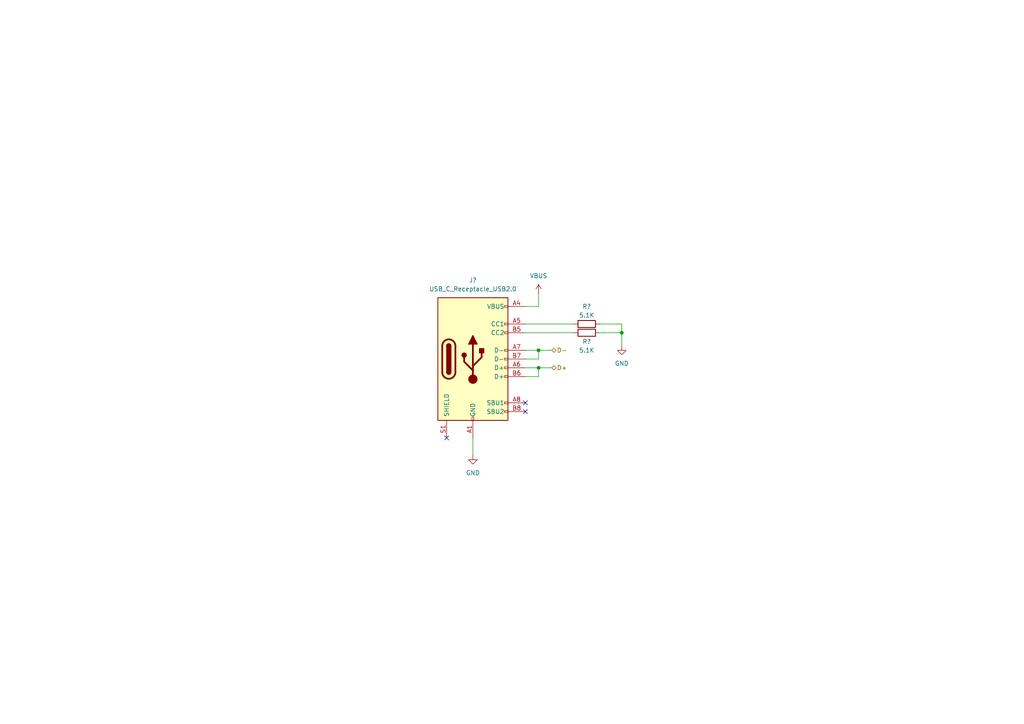
<source format=kicad_sch>
(kicad_sch (version 20211123) (generator eeschema)
  (paper "A4")
  (lib_symbols
    (symbol "Connector:USB_C_Receptacle_USB2.0" (pin_names (offset 1.016))
      (property "Reference" "J" (at -10.16 19.05 0))
      (property "Value" "USB_C_Receptacle_USB2.0" (at 19.05 19.05 0))
      (symbol "USB_C_Receptacle_USB2.0_0_0"
        (rectangle (start -0.254 -17.78) (end 0.254 -16.764))
        (rectangle (start 10.16 -14.986) (end 9.144 -15.494))
        (rectangle (start 10.16 -12.446) (end 9.144 -12.954))
        (rectangle (start 10.16 -4.826) (end 9.144 -5.334))
        (rectangle (start 10.16 -2.286) (end 9.144 -2.794))
        (rectangle (start 10.16 0.254) (end 9.144 -0.254))
        (rectangle (start 10.16 2.794) (end 9.144 2.286))
        (rectangle (start 10.16 7.874) (end 9.144 7.366))
        (rectangle (start 10.16 10.414) (end 9.144 9.906))
        (rectangle (start 10.16 15.494) (end 9.144 14.986))
      )
      (symbol "USB_C_Receptacle_USB2.0_0_1"
        (rectangle (start -10.16 17.78) (end 10.16 -17.78) (stroke (width 0.254)) (fill (type background)))
        (arc (start -8.89 -3.81) (mid -6.985 -5.715) (end -5.08 -3.81) (stroke (width 0.508)))
        (arc (start -7.62 -3.81) (mid -6.985 -4.445) (end -6.35 -3.81) (stroke (width 0.254)))
        (arc (start -7.62 -3.81) (mid -6.985 -4.445) (end -6.35 -3.81) (stroke (width 0.254)) (fill (type outline)))
        (rectangle (start -7.62 -3.81) (end -6.35 3.81) (stroke (width 0.254)) (fill (type outline)))
        (arc (start -6.35 3.81) (mid -6.985 4.445) (end -7.62 3.81) (stroke (width 0.254)))
        (arc (start -6.35 3.81) (mid -6.985 4.445) (end -7.62 3.81) (stroke (width 0.254)) (fill (type outline)))
        (arc (start -5.08 3.81) (mid -6.985 5.715) (end -8.89 3.81) (stroke (width 0.508)))
        (circle (center -2.54 1.143) (radius 0.635) (stroke (width 0.254)) (fill (type outline)))
        (circle (center 0 -5.842) (radius 1.27) (fill (type outline)))
        (polyline (pts (xy -8.89 -3.81) (xy -8.89 3.81)) (stroke (width 0.508)))
        (polyline (pts (xy -5.08 3.81) (xy -5.08 -3.81)) (stroke (width 0.508)))
        (polyline (pts (xy 0 -5.842) (xy 0 4.318)) (stroke (width 0.508)))
        (polyline (pts (xy 0 -3.302) (xy -2.54 -0.762) (xy -2.54 0.508)) (stroke (width 0.508)))
        (polyline (pts (xy 0 -2.032) (xy 2.54 0.508) (xy 2.54 1.778)) (stroke (width 0.508)))
        (polyline (pts (xy -1.27 4.318) (xy 0 6.858) (xy 1.27 4.318) (xy -1.27 4.318)) (stroke (width 0.254)) (fill (type outline)))
        (rectangle (start 1.905 1.778) (end 3.175 3.048) (stroke (width 0.254)) (fill (type outline)))
      )
      (symbol "USB_C_Receptacle_USB2.0_1_1"
        (pin passive line (at 0 -22.86 90) (length 5.08) (name "GND") (number "A1"))
        (pin passive line (at 0 -22.86 90) (length 5.08) hide (name "GND") (number "A12"))
        (pin passive line (at 15.24 15.24 180) (length 5.08) (name "VBUS") (number "A4"))
        (pin bidirectional line (at 15.24 10.16 180) (length 5.08) (name "CC1") (number "A5"))
        (pin bidirectional line (at 15.24 -2.54 180) (length 5.08) (name "D+") (number "A6"))
        (pin bidirectional line (at 15.24 2.54 180) (length 5.08) (name "D-") (number "A7"))
        (pin bidirectional line (at 15.24 -12.7 180) (length 5.08) (name "SBU1") (number "A8"))
        (pin passive line (at 15.24 15.24 180) (length 5.08) hide (name "VBUS") (number "A9"))
        (pin passive line (at 0 -22.86 90) (length 5.08) hide (name "GND") (number "B1"))
        (pin passive line (at 0 -22.86 90) (length 5.08) hide (name "GND") (number "B12"))
        (pin passive line (at 15.24 15.24 180) (length 5.08) hide (name "VBUS") (number "B4"))
        (pin bidirectional line (at 15.24 7.62 180) (length 5.08) (name "CC2") (number "B5"))
        (pin bidirectional line (at 15.24 -5.08 180) (length 5.08) (name "D+") (number "B6"))
        (pin bidirectional line (at 15.24 0 180) (length 5.08) (name "D-") (number "B7"))
        (pin bidirectional line (at 15.24 -15.24 180) (length 5.08) (name "SBU2") (number "B8"))
        (pin passive line (at 15.24 15.24 180) (length 5.08) hide (name "VBUS") (number "B9"))
        (pin passive line (at -7.62 -22.86 90) (length 5.08) (name "SHIELD") (number "S1"))
      )
    )
    (symbol "Device:R" (pin_numbers hide) (pin_names (offset 0))
      (property "Reference" "R" (at 2.032 0 90))
      (property "Value" "R" (at 0 0 90))
      (symbol "R_0_1"
        (rectangle (start -1.016 -2.54) (end 1.016 2.54) (stroke (width 0.254)))
      )
      (symbol "R_1_1"
        (pin passive line (at 0 3.81 270) (length 1.27) (name "~") (number "1"))
        (pin passive line (at 0 -3.81 90) (length 1.27) (name "~") (number "2"))
      )
    )
    (symbol "power:GND" (power) (pin_names (offset 0))
      (property "Value" "GND" (at 0 -3.81 0))
      (symbol "GND_0_1"
        (polyline (pts (xy 0 0) (xy 0 -1.27) (xy 1.27 -1.27) (xy 0 -2.54) (xy -1.27 -1.27) (xy 0 -1.27)))
      )
      (symbol "GND_1_1"
        (pin power_in line (at 0 0 270) (length 0) hide (name "GND") (number "1"))
      )
    )
    (symbol "power:VBUS" (power) (pin_names (offset 0))
      (property "Value" "VBUS" (at 0 3.81 0))
      (symbol "VBUS_0_1"
        (polyline (pts (xy -0.762 1.27) (xy 0 2.54)))
        (polyline (pts (xy 0 0) (xy 0 2.54)))
        (polyline (pts (xy 0 2.54) (xy 0.762 1.27)))
      )
      (symbol "VBUS_1_1"
        (pin power_in line (at 0 0 90) (length 0) hide (name "VBUS") (number "1"))
      )
    )
  )
  (junction (at 156.21 106.68))
  (junction (at 180.34 96.52))
  (junction (at 156.21 101.6))
  (no_connect (at 152.4 116.84))
  (no_connect (at 129.54 127))
  (no_connect (at 152.4 119.38))
  (wire (pts (xy 156.21 106.68) (xy 160.02 106.68)))
  (wire (pts (xy 173.99 96.52) (xy 180.34 96.52)))
  (wire (pts (xy 156.21 109.22) (xy 156.21 106.68)))
  (wire (pts (xy 156.21 88.9) (xy 152.4 88.9)))
  (wire (pts (xy 152.4 104.14) (xy 156.21 104.14)))
  (wire (pts (xy 180.34 96.52) (xy 180.34 93.98)))
  (wire (pts (xy 156.21 101.6) (xy 160.02 101.6)))
  (wire (pts (xy 152.4 109.22) (xy 156.21 109.22)))
  (wire (pts (xy 156.21 85.09) (xy 156.21 88.9)))
  (wire (pts (xy 152.4 101.6) (xy 156.21 101.6)))
  (wire (pts (xy 152.4 106.68) (xy 156.21 106.68)))
  (wire (pts (xy 152.4 96.52) (xy 166.37 96.52)))
  (wire (pts (xy 152.4 93.98) (xy 166.37 93.98)))
  (wire (pts (xy 180.34 96.52) (xy 180.34 100.33)))
  (wire (pts (xy 180.34 93.98) (xy 173.99 93.98)))
  (wire (pts (xy 156.21 104.14) (xy 156.21 101.6)))
  (wire (pts (xy 137.16 127) (xy 137.16 132.08)))
  (hierarchical_label "D+" (shape bidirectional) (at 160.02 106.68 0))
  (hierarchical_label "D-" (shape bidirectional) (at 160.02 101.6 0))
  (symbol (lib_id "power:VBUS") (at 156.21 85.09 0) (unit 1)
    (property "Reference" "#PWR?" (effects hide))
    (property "Value" "VBUS" (at 156.21 80.01 0))
  )
  (symbol (lib_id "power:GND") (at 180.34 100.33 0) (unit 1)
    (property "Reference" "#PWR?" (effects hide))
    (property "Value" "GND" (at 180.34 105.41 0))
  )
  (symbol (lib_id "Connector:USB_C_Receptacle_USB2.0") (at 137.16 104.14 0) (unit 1)
    (property "Reference" "J?" (at 137.16 81.28 0))
    (property "Value" "USB_C_Receptacle_USB2.0" (at 137.16 83.82 0))
    (property "Datasheet" "https://www.usb.org/sites/default/files/documents/usb_type-c.zip" (effects hide))
  )
  (symbol (lib_id "Device:R") (at 170.18 96.52 90) (unit 1)
    (property "Reference" "R?" (at 170.18 99.06 90))
    (property "Value" "5.1K" (at 170.18 101.6 90))
  )
  (symbol (lib_id "Device:R") (at 170.18 93.98 90) (unit 1)
    (property "Reference" "R?" (at 170.18 88.9 90))
    (property "Value" "5.1K" (at 170.18 91.44 90))
  )
  (symbol (lib_id "power:GND") (at 137.16 132.08 0) (unit 1)
    (property "Reference" "#PWR?" (effects hide))
    (property "Value" "GND" (at 137.16 137.16 0))
  )
)
</source>
